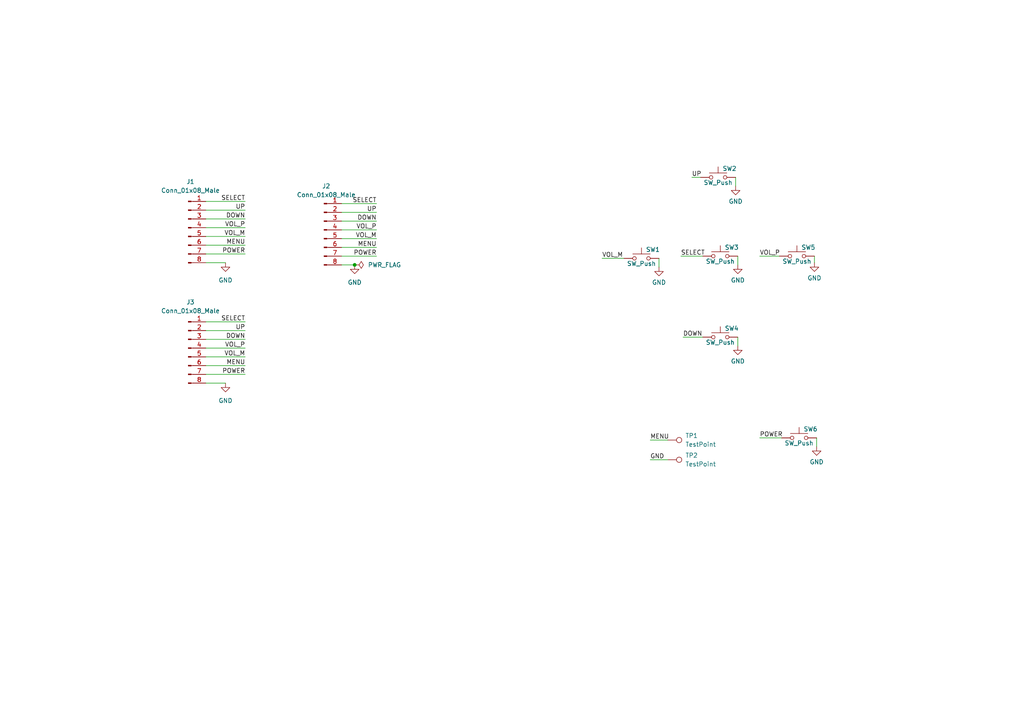
<source format=kicad_sch>
(kicad_sch (version 20211123) (generator eeschema)

  (uuid e63e39d7-6ac0-4ffd-8aa3-1841a4541b55)

  (paper "A4")

  (lib_symbols
    (symbol "Connector:Conn_01x08_Male" (pin_names (offset 1.016) hide) (in_bom yes) (on_board yes)
      (property "Reference" "J" (id 0) (at 0 10.16 0)
        (effects (font (size 1.27 1.27)))
      )
      (property "Value" "Conn_01x08_Male" (id 1) (at 0 -12.7 0)
        (effects (font (size 1.27 1.27)))
      )
      (property "Footprint" "" (id 2) (at 0 0 0)
        (effects (font (size 1.27 1.27)) hide)
      )
      (property "Datasheet" "~" (id 3) (at 0 0 0)
        (effects (font (size 1.27 1.27)) hide)
      )
      (property "ki_keywords" "connector" (id 4) (at 0 0 0)
        (effects (font (size 1.27 1.27)) hide)
      )
      (property "ki_description" "Generic connector, single row, 01x08, script generated (kicad-library-utils/schlib/autogen/connector/)" (id 5) (at 0 0 0)
        (effects (font (size 1.27 1.27)) hide)
      )
      (property "ki_fp_filters" "Connector*:*_1x??_*" (id 6) (at 0 0 0)
        (effects (font (size 1.27 1.27)) hide)
      )
      (symbol "Conn_01x08_Male_1_1"
        (polyline
          (pts
            (xy 1.27 -10.16)
            (xy 0.8636 -10.16)
          )
          (stroke (width 0.1524) (type default) (color 0 0 0 0))
          (fill (type none))
        )
        (polyline
          (pts
            (xy 1.27 -7.62)
            (xy 0.8636 -7.62)
          )
          (stroke (width 0.1524) (type default) (color 0 0 0 0))
          (fill (type none))
        )
        (polyline
          (pts
            (xy 1.27 -5.08)
            (xy 0.8636 -5.08)
          )
          (stroke (width 0.1524) (type default) (color 0 0 0 0))
          (fill (type none))
        )
        (polyline
          (pts
            (xy 1.27 -2.54)
            (xy 0.8636 -2.54)
          )
          (stroke (width 0.1524) (type default) (color 0 0 0 0))
          (fill (type none))
        )
        (polyline
          (pts
            (xy 1.27 0)
            (xy 0.8636 0)
          )
          (stroke (width 0.1524) (type default) (color 0 0 0 0))
          (fill (type none))
        )
        (polyline
          (pts
            (xy 1.27 2.54)
            (xy 0.8636 2.54)
          )
          (stroke (width 0.1524) (type default) (color 0 0 0 0))
          (fill (type none))
        )
        (polyline
          (pts
            (xy 1.27 5.08)
            (xy 0.8636 5.08)
          )
          (stroke (width 0.1524) (type default) (color 0 0 0 0))
          (fill (type none))
        )
        (polyline
          (pts
            (xy 1.27 7.62)
            (xy 0.8636 7.62)
          )
          (stroke (width 0.1524) (type default) (color 0 0 0 0))
          (fill (type none))
        )
        (rectangle (start 0.8636 -10.033) (end 0 -10.287)
          (stroke (width 0.1524) (type default) (color 0 0 0 0))
          (fill (type outline))
        )
        (rectangle (start 0.8636 -7.493) (end 0 -7.747)
          (stroke (width 0.1524) (type default) (color 0 0 0 0))
          (fill (type outline))
        )
        (rectangle (start 0.8636 -4.953) (end 0 -5.207)
          (stroke (width 0.1524) (type default) (color 0 0 0 0))
          (fill (type outline))
        )
        (rectangle (start 0.8636 -2.413) (end 0 -2.667)
          (stroke (width 0.1524) (type default) (color 0 0 0 0))
          (fill (type outline))
        )
        (rectangle (start 0.8636 0.127) (end 0 -0.127)
          (stroke (width 0.1524) (type default) (color 0 0 0 0))
          (fill (type outline))
        )
        (rectangle (start 0.8636 2.667) (end 0 2.413)
          (stroke (width 0.1524) (type default) (color 0 0 0 0))
          (fill (type outline))
        )
        (rectangle (start 0.8636 5.207) (end 0 4.953)
          (stroke (width 0.1524) (type default) (color 0 0 0 0))
          (fill (type outline))
        )
        (rectangle (start 0.8636 7.747) (end 0 7.493)
          (stroke (width 0.1524) (type default) (color 0 0 0 0))
          (fill (type outline))
        )
        (pin passive line (at 5.08 7.62 180) (length 3.81)
          (name "Pin_1" (effects (font (size 1.27 1.27))))
          (number "1" (effects (font (size 1.27 1.27))))
        )
        (pin passive line (at 5.08 5.08 180) (length 3.81)
          (name "Pin_2" (effects (font (size 1.27 1.27))))
          (number "2" (effects (font (size 1.27 1.27))))
        )
        (pin passive line (at 5.08 2.54 180) (length 3.81)
          (name "Pin_3" (effects (font (size 1.27 1.27))))
          (number "3" (effects (font (size 1.27 1.27))))
        )
        (pin passive line (at 5.08 0 180) (length 3.81)
          (name "Pin_4" (effects (font (size 1.27 1.27))))
          (number "4" (effects (font (size 1.27 1.27))))
        )
        (pin passive line (at 5.08 -2.54 180) (length 3.81)
          (name "Pin_5" (effects (font (size 1.27 1.27))))
          (number "5" (effects (font (size 1.27 1.27))))
        )
        (pin passive line (at 5.08 -5.08 180) (length 3.81)
          (name "Pin_6" (effects (font (size 1.27 1.27))))
          (number "6" (effects (font (size 1.27 1.27))))
        )
        (pin passive line (at 5.08 -7.62 180) (length 3.81)
          (name "Pin_7" (effects (font (size 1.27 1.27))))
          (number "7" (effects (font (size 1.27 1.27))))
        )
        (pin passive line (at 5.08 -10.16 180) (length 3.81)
          (name "Pin_8" (effects (font (size 1.27 1.27))))
          (number "8" (effects (font (size 1.27 1.27))))
        )
      )
    )
    (symbol "Connector:TestPoint" (pin_numbers hide) (pin_names (offset 0.762) hide) (in_bom yes) (on_board yes)
      (property "Reference" "TP" (id 0) (at 0 6.858 0)
        (effects (font (size 1.27 1.27)))
      )
      (property "Value" "TestPoint" (id 1) (at 0 5.08 0)
        (effects (font (size 1.27 1.27)))
      )
      (property "Footprint" "" (id 2) (at 5.08 0 0)
        (effects (font (size 1.27 1.27)) hide)
      )
      (property "Datasheet" "~" (id 3) (at 5.08 0 0)
        (effects (font (size 1.27 1.27)) hide)
      )
      (property "ki_keywords" "test point tp" (id 4) (at 0 0 0)
        (effects (font (size 1.27 1.27)) hide)
      )
      (property "ki_description" "test point" (id 5) (at 0 0 0)
        (effects (font (size 1.27 1.27)) hide)
      )
      (property "ki_fp_filters" "Pin* Test*" (id 6) (at 0 0 0)
        (effects (font (size 1.27 1.27)) hide)
      )
      (symbol "TestPoint_0_1"
        (circle (center 0 3.302) (radius 0.762)
          (stroke (width 0) (type default) (color 0 0 0 0))
          (fill (type none))
        )
      )
      (symbol "TestPoint_1_1"
        (pin passive line (at 0 0 90) (length 2.54)
          (name "1" (effects (font (size 1.27 1.27))))
          (number "1" (effects (font (size 1.27 1.27))))
        )
      )
    )
    (symbol "Switch:SW_Push" (pin_numbers hide) (pin_names (offset 1.016) hide) (in_bom yes) (on_board yes)
      (property "Reference" "SW" (id 0) (at 1.27 2.54 0)
        (effects (font (size 1.27 1.27)) (justify left))
      )
      (property "Value" "SW_Push" (id 1) (at 0 -1.524 0)
        (effects (font (size 1.27 1.27)))
      )
      (property "Footprint" "" (id 2) (at 0 5.08 0)
        (effects (font (size 1.27 1.27)) hide)
      )
      (property "Datasheet" "~" (id 3) (at 0 5.08 0)
        (effects (font (size 1.27 1.27)) hide)
      )
      (property "ki_keywords" "switch normally-open pushbutton push-button" (id 4) (at 0 0 0)
        (effects (font (size 1.27 1.27)) hide)
      )
      (property "ki_description" "Push button switch, generic, two pins" (id 5) (at 0 0 0)
        (effects (font (size 1.27 1.27)) hide)
      )
      (symbol "SW_Push_0_1"
        (circle (center -2.032 0) (radius 0.508)
          (stroke (width 0) (type default) (color 0 0 0 0))
          (fill (type none))
        )
        (polyline
          (pts
            (xy 0 1.27)
            (xy 0 3.048)
          )
          (stroke (width 0) (type default) (color 0 0 0 0))
          (fill (type none))
        )
        (polyline
          (pts
            (xy 2.54 1.27)
            (xy -2.54 1.27)
          )
          (stroke (width 0) (type default) (color 0 0 0 0))
          (fill (type none))
        )
        (circle (center 2.032 0) (radius 0.508)
          (stroke (width 0) (type default) (color 0 0 0 0))
          (fill (type none))
        )
        (pin passive line (at -5.08 0 0) (length 2.54)
          (name "1" (effects (font (size 1.27 1.27))))
          (number "1" (effects (font (size 1.27 1.27))))
        )
        (pin passive line (at 5.08 0 180) (length 2.54)
          (name "2" (effects (font (size 1.27 1.27))))
          (number "2" (effects (font (size 1.27 1.27))))
        )
      )
    )
    (symbol "power:GND" (power) (pin_names (offset 0)) (in_bom yes) (on_board yes)
      (property "Reference" "#PWR" (id 0) (at 0 -6.35 0)
        (effects (font (size 1.27 1.27)) hide)
      )
      (property "Value" "GND" (id 1) (at 0 -3.81 0)
        (effects (font (size 1.27 1.27)))
      )
      (property "Footprint" "" (id 2) (at 0 0 0)
        (effects (font (size 1.27 1.27)) hide)
      )
      (property "Datasheet" "" (id 3) (at 0 0 0)
        (effects (font (size 1.27 1.27)) hide)
      )
      (property "ki_keywords" "power-flag" (id 4) (at 0 0 0)
        (effects (font (size 1.27 1.27)) hide)
      )
      (property "ki_description" "Power symbol creates a global label with name \"GND\" , ground" (id 5) (at 0 0 0)
        (effects (font (size 1.27 1.27)) hide)
      )
      (symbol "GND_0_1"
        (polyline
          (pts
            (xy 0 0)
            (xy 0 -1.27)
            (xy 1.27 -1.27)
            (xy 0 -2.54)
            (xy -1.27 -1.27)
            (xy 0 -1.27)
          )
          (stroke (width 0) (type default) (color 0 0 0 0))
          (fill (type none))
        )
      )
      (symbol "GND_1_1"
        (pin power_in line (at 0 0 270) (length 0) hide
          (name "GND" (effects (font (size 1.27 1.27))))
          (number "1" (effects (font (size 1.27 1.27))))
        )
      )
    )
    (symbol "power:PWR_FLAG" (power) (pin_numbers hide) (pin_names (offset 0) hide) (in_bom yes) (on_board yes)
      (property "Reference" "#FLG" (id 0) (at 0 1.905 0)
        (effects (font (size 1.27 1.27)) hide)
      )
      (property "Value" "PWR_FLAG" (id 1) (at 0 3.81 0)
        (effects (font (size 1.27 1.27)))
      )
      (property "Footprint" "" (id 2) (at 0 0 0)
        (effects (font (size 1.27 1.27)) hide)
      )
      (property "Datasheet" "~" (id 3) (at 0 0 0)
        (effects (font (size 1.27 1.27)) hide)
      )
      (property "ki_keywords" "power-flag" (id 4) (at 0 0 0)
        (effects (font (size 1.27 1.27)) hide)
      )
      (property "ki_description" "Special symbol for telling ERC where power comes from" (id 5) (at 0 0 0)
        (effects (font (size 1.27 1.27)) hide)
      )
      (symbol "PWR_FLAG_0_0"
        (pin power_out line (at 0 0 90) (length 0)
          (name "pwr" (effects (font (size 1.27 1.27))))
          (number "1" (effects (font (size 1.27 1.27))))
        )
      )
      (symbol "PWR_FLAG_0_1"
        (polyline
          (pts
            (xy 0 0)
            (xy 0 1.27)
            (xy -1.016 1.905)
            (xy 0 2.54)
            (xy 1.016 1.905)
            (xy 0 1.27)
          )
          (stroke (width 0) (type default) (color 0 0 0 0))
          (fill (type none))
        )
      )
    )
  )

  (junction (at 102.87 76.835) (diameter 0) (color 0 0 0 0)
    (uuid 3be3a74c-eb4c-4dcc-9a5d-311e0ebf7231)
  )

  (wire (pts (xy 59.69 95.885) (xy 71.12 95.885))
    (stroke (width 0) (type default) (color 0 0 0 0))
    (uuid 070d45b9-fa1b-4715-89a2-2bcba5a114a1)
  )
  (wire (pts (xy 213.995 100.33) (xy 213.995 97.79))
    (stroke (width 0) (type default) (color 0 0 0 0))
    (uuid 0dcce0c4-9b87-47cf-9662-fda9a9a5dadc)
  )
  (wire (pts (xy 59.69 111.125) (xy 65.405 111.125))
    (stroke (width 0) (type default) (color 0 0 0 0))
    (uuid 1b2b6e39-9a1d-4e56-848b-cd9e473a0ea4)
  )
  (wire (pts (xy 59.69 93.345) (xy 71.12 93.345))
    (stroke (width 0) (type default) (color 0 0 0 0))
    (uuid 22b3835f-ab88-42ee-ad6a-8641acfeec70)
  )
  (wire (pts (xy 59.69 71.12) (xy 71.12 71.12))
    (stroke (width 0) (type default) (color 0 0 0 0))
    (uuid 299b64c5-e024-4304-b0fb-def9d3b0484d)
  )
  (wire (pts (xy 203.835 97.79) (xy 198.12 97.79))
    (stroke (width 0) (type default) (color 0 0 0 0))
    (uuid 3a900b04-4d2c-4633-8bd1-a742225b658c)
  )
  (wire (pts (xy 59.69 68.58) (xy 71.12 68.58))
    (stroke (width 0) (type default) (color 0 0 0 0))
    (uuid 42a03f06-c463-4200-9791-395db93bf45f)
  )
  (wire (pts (xy 59.69 76.2) (xy 65.405 76.2))
    (stroke (width 0) (type default) (color 0 0 0 0))
    (uuid 5085a13d-66d9-4dad-aede-922ecc5d9638)
  )
  (wire (pts (xy 59.69 66.04) (xy 71.12 66.04))
    (stroke (width 0) (type default) (color 0 0 0 0))
    (uuid 582b2779-261f-4a15-a835-bd5347029f1b)
  )
  (wire (pts (xy 226.695 127) (xy 220.345 127))
    (stroke (width 0) (type default) (color 0 0 0 0))
    (uuid 585a1225-b1fb-44e7-bfb6-41256b14959e)
  )
  (wire (pts (xy 188.595 127.635) (xy 193.675 127.635))
    (stroke (width 0) (type default) (color 0 0 0 0))
    (uuid 76109d5a-3a11-4210-b1c0-51d083b4f6dc)
  )
  (wire (pts (xy 109.22 59.055) (xy 99.06 59.055))
    (stroke (width 0) (type default) (color 0 0 0 0))
    (uuid 7aec47a3-dc06-4eaa-92fb-a43586c32086)
  )
  (wire (pts (xy 109.22 64.135) (xy 99.06 64.135))
    (stroke (width 0) (type default) (color 0 0 0 0))
    (uuid 7b549bef-078e-444a-8bf0-e1fd2b085fbe)
  )
  (wire (pts (xy 226.06 74.295) (xy 220.345 74.295))
    (stroke (width 0) (type default) (color 0 0 0 0))
    (uuid 7f97c5e3-29c7-40a0-9075-ac1e2919bc7a)
  )
  (wire (pts (xy 59.69 108.585) (xy 71.12 108.585))
    (stroke (width 0) (type default) (color 0 0 0 0))
    (uuid 80d9c08a-5ead-4c25-9726-ae4e621580f7)
  )
  (wire (pts (xy 236.855 129.54) (xy 236.855 127))
    (stroke (width 0) (type default) (color 0 0 0 0))
    (uuid 81b94d15-f36f-4951-bf9d-cf228f3876f6)
  )
  (wire (pts (xy 203.2 51.435) (xy 200.66 51.435))
    (stroke (width 0) (type default) (color 0 0 0 0))
    (uuid 93cc150e-f7d4-4066-bf0f-837a45e4a702)
  )
  (wire (pts (xy 59.69 58.42) (xy 71.12 58.42))
    (stroke (width 0) (type default) (color 0 0 0 0))
    (uuid 9608972b-af04-4b84-be02-922610698467)
  )
  (wire (pts (xy 59.69 60.96) (xy 71.12 60.96))
    (stroke (width 0) (type default) (color 0 0 0 0))
    (uuid 9dae5e9e-9abf-4bb6-a437-2abf155362df)
  )
  (wire (pts (xy 213.36 53.975) (xy 213.36 51.435))
    (stroke (width 0) (type default) (color 0 0 0 0))
    (uuid a4617abc-05ad-43ba-9eec-708bcd562d3c)
  )
  (wire (pts (xy 59.69 73.66) (xy 71.12 73.66))
    (stroke (width 0) (type default) (color 0 0 0 0))
    (uuid abccf669-483d-45eb-b9d7-6dddd34a0962)
  )
  (wire (pts (xy 102.87 76.835) (xy 99.06 76.835))
    (stroke (width 0) (type default) (color 0 0 0 0))
    (uuid ac96c702-2d70-46db-bcb0-9652af1267c5)
  )
  (wire (pts (xy 203.835 74.295) (xy 197.485 74.295))
    (stroke (width 0) (type default) (color 0 0 0 0))
    (uuid adc9fd50-452d-4e26-9a72-8475cc79f810)
  )
  (wire (pts (xy 180.975 74.93) (xy 174.625 74.93))
    (stroke (width 0) (type default) (color 0 0 0 0))
    (uuid afb31778-fda2-4b21-b377-44f23448746e)
  )
  (wire (pts (xy 191.135 77.47) (xy 191.135 74.93))
    (stroke (width 0) (type default) (color 0 0 0 0))
    (uuid b067d913-8298-4d61-883a-a67850d9cb71)
  )
  (wire (pts (xy 109.22 69.215) (xy 99.06 69.215))
    (stroke (width 0) (type default) (color 0 0 0 0))
    (uuid c2461674-6b11-4f71-927c-84aa3823e84a)
  )
  (wire (pts (xy 109.22 61.595) (xy 99.06 61.595))
    (stroke (width 0) (type default) (color 0 0 0 0))
    (uuid c737afe8-b9b6-4ed5-bcff-f1c7901517a8)
  )
  (wire (pts (xy 109.22 66.675) (xy 99.06 66.675))
    (stroke (width 0) (type default) (color 0 0 0 0))
    (uuid c92728df-073d-4f4f-8e82-39caaa1239e4)
  )
  (wire (pts (xy 109.22 71.755) (xy 99.06 71.755))
    (stroke (width 0) (type default) (color 0 0 0 0))
    (uuid d68a363a-a72f-417e-bf1c-5ed2ed56ee37)
  )
  (wire (pts (xy 59.69 106.045) (xy 71.12 106.045))
    (stroke (width 0) (type default) (color 0 0 0 0))
    (uuid dba8892f-0512-45d7-bc57-92f1aeefd776)
  )
  (wire (pts (xy 213.995 76.835) (xy 213.995 74.295))
    (stroke (width 0) (type default) (color 0 0 0 0))
    (uuid dcb6d534-afca-40c0-b5c7-50f4daf14741)
  )
  (wire (pts (xy 188.595 133.35) (xy 193.675 133.35))
    (stroke (width 0) (type default) (color 0 0 0 0))
    (uuid e646d2c7-5c73-4af9-b65a-8e2353af6bbd)
  )
  (wire (pts (xy 59.69 100.965) (xy 71.12 100.965))
    (stroke (width 0) (type default) (color 0 0 0 0))
    (uuid e6833dc4-1170-4383-984f-389f83e2350c)
  )
  (wire (pts (xy 59.69 103.505) (xy 71.12 103.505))
    (stroke (width 0) (type default) (color 0 0 0 0))
    (uuid efd0ea50-d261-4b2e-b3af-c927ecd496c1)
  )
  (wire (pts (xy 59.69 63.5) (xy 71.12 63.5))
    (stroke (width 0) (type default) (color 0 0 0 0))
    (uuid f13c4ecf-b313-438f-9249-9111db9554cd)
  )
  (wire (pts (xy 109.22 74.295) (xy 99.06 74.295))
    (stroke (width 0) (type default) (color 0 0 0 0))
    (uuid f4ffe03b-dd1d-4a35-ac94-7e2431515457)
  )
  (wire (pts (xy 59.69 98.425) (xy 71.12 98.425))
    (stroke (width 0) (type default) (color 0 0 0 0))
    (uuid fb9913a8-22d4-4753-9e7f-865fc18b9b2b)
  )
  (wire (pts (xy 236.22 76.2) (xy 236.22 74.295))
    (stroke (width 0) (type default) (color 0 0 0 0))
    (uuid ff093194-9b72-4851-bf32-9cb1bae64b58)
  )

  (label "SELECT" (at 197.485 74.295 0)
    (effects (font (size 1.27 1.27)) (justify left bottom))
    (uuid 04f21328-7e16-4785-abf4-125d3430c53d)
  )
  (label "POWER" (at 71.12 108.585 180)
    (effects (font (size 1.27 1.27)) (justify right bottom))
    (uuid 1240f3d9-dc6b-4136-95fc-4e3efbaa9157)
  )
  (label "UP" (at 200.66 51.435 0)
    (effects (font (size 1.27 1.27)) (justify left bottom))
    (uuid 1f390ec6-3c1c-4a68-8477-8698eba62637)
  )
  (label "UP" (at 71.12 95.885 180)
    (effects (font (size 1.27 1.27)) (justify right bottom))
    (uuid 28e221a6-8f66-4f18-9994-97b550b1f6c2)
  )
  (label "VOL_M" (at 109.22 69.215 180)
    (effects (font (size 1.27 1.27)) (justify right bottom))
    (uuid 2f63f3aa-54c0-44a9-9c2d-bf70d14ef42a)
  )
  (label "VOL_M" (at 71.12 68.58 180)
    (effects (font (size 1.27 1.27)) (justify right bottom))
    (uuid 3392f979-cc86-411d-ae2e-04e7c8708c0e)
  )
  (label "VOL_P" (at 220.345 74.295 0)
    (effects (font (size 1.27 1.27)) (justify left bottom))
    (uuid 465dc9b6-3960-46bf-a9ad-564c2a31c630)
  )
  (label "MENU" (at 71.12 71.12 180)
    (effects (font (size 1.27 1.27)) (justify right bottom))
    (uuid 56dd409e-26c5-42e6-bc3f-aa0da2782619)
  )
  (label "POWER" (at 71.12 73.66 180)
    (effects (font (size 1.27 1.27)) (justify right bottom))
    (uuid 57ecf3eb-fa8a-4c39-94af-828aed0d6e7d)
  )
  (label "VOL_M" (at 71.12 103.505 180)
    (effects (font (size 1.27 1.27)) (justify right bottom))
    (uuid 584e6412-a445-42eb-affc-0c678cc83c3a)
  )
  (label "DOWN" (at 198.12 97.79 0)
    (effects (font (size 1.27 1.27)) (justify left bottom))
    (uuid 5a40d705-86c5-4631-aba8-f31ff63e81b2)
  )
  (label "DOWN" (at 71.12 63.5 180)
    (effects (font (size 1.27 1.27)) (justify right bottom))
    (uuid 5bbd3da6-d9b6-4fbb-9f3a-d12ff727aac3)
  )
  (label "VOL_P" (at 71.12 100.965 180)
    (effects (font (size 1.27 1.27)) (justify right bottom))
    (uuid 668596ba-a32c-40bd-a1c5-5b38fd547deb)
  )
  (label "VOL_P" (at 71.12 66.04 180)
    (effects (font (size 1.27 1.27)) (justify right bottom))
    (uuid 6b1478ea-a598-420e-a9c3-6a7adaf654ca)
  )
  (label "POWER" (at 109.22 74.295 180)
    (effects (font (size 1.27 1.27)) (justify right bottom))
    (uuid 6fd61838-6ca1-4474-b2c8-eafaf5bd4b1d)
  )
  (label "SELECT" (at 71.12 93.345 180)
    (effects (font (size 1.27 1.27)) (justify right bottom))
    (uuid 7249deba-4cf3-4d6c-90dc-0c563985bb01)
  )
  (label "DOWN" (at 71.12 98.425 180)
    (effects (font (size 1.27 1.27)) (justify right bottom))
    (uuid 7d9c08f5-8675-4a4a-b87b-66e1df3033a8)
  )
  (label "GND" (at 188.595 133.35 0)
    (effects (font (size 1.27 1.27)) (justify left bottom))
    (uuid 8006f642-1dd7-46b0-a096-3a80d1bd6aea)
  )
  (label "MENU" (at 71.12 106.045 180)
    (effects (font (size 1.27 1.27)) (justify right bottom))
    (uuid 8594f928-01ae-45ae-8326-f75112af62d8)
  )
  (label "DOWN" (at 109.22 64.135 180)
    (effects (font (size 1.27 1.27)) (justify right bottom))
    (uuid 8631006d-463b-425e-8454-50a2625a42f9)
  )
  (label "MENU" (at 109.22 71.755 180)
    (effects (font (size 1.27 1.27)) (justify right bottom))
    (uuid bf94bb35-22d2-403d-9c8e-3a84fcad9b54)
  )
  (label "MENU" (at 188.595 127.635 0)
    (effects (font (size 1.27 1.27)) (justify left bottom))
    (uuid c1c275d5-ba28-4061-bc46-4b1265f35421)
  )
  (label "POWER" (at 220.345 127 0)
    (effects (font (size 1.27 1.27)) (justify left bottom))
    (uuid cdb7972f-ae90-41b3-8fc0-eb476d30c827)
  )
  (label "VOL_P" (at 109.22 66.675 180)
    (effects (font (size 1.27 1.27)) (justify right bottom))
    (uuid ce83e021-eb1d-4496-9f8c-dacc28d7e126)
  )
  (label "VOL_M" (at 174.625 74.93 0)
    (effects (font (size 1.27 1.27)) (justify left bottom))
    (uuid d332c5d1-9f62-4c3e-b939-cd017d1f800c)
  )
  (label "UP" (at 109.22 61.595 180)
    (effects (font (size 1.27 1.27)) (justify right bottom))
    (uuid dc7589e0-ad00-4516-b78d-a91f93ae88c9)
  )
  (label "SELECT" (at 71.12 58.42 180)
    (effects (font (size 1.27 1.27)) (justify right bottom))
    (uuid dd374dbe-87a8-487e-8a1f-4969915003d0)
  )
  (label "UP" (at 71.12 60.96 180)
    (effects (font (size 1.27 1.27)) (justify right bottom))
    (uuid e8818571-ded3-4ff4-ad6d-37b7bd79c715)
  )
  (label "SELECT" (at 109.22 59.055 180)
    (effects (font (size 1.27 1.27)) (justify right bottom))
    (uuid fa70b67c-e978-4e5b-a5b1-b42bfc051467)
  )

  (symbol (lib_id "Switch:SW_Push") (at 231.775 127 0) (unit 1)
    (in_bom yes) (on_board yes) (fields_autoplaced)
    (uuid 06fc7b9c-8a77-4564-ae4b-423182fb3d64)
    (property "Reference" "SW6" (id 0) (at 233.045 124.46 0)
      (effects (font (size 1.27 1.27)) (justify left))
    )
    (property "Value" "SW_Push" (id 1) (at 231.775 128.524 0))
    (property "Footprint" "Button_Switch_THT:SW_PUSH_6mm" (id 2) (at 231.775 121.92 0)
      (effects (font (size 1.27 1.27)) hide)
    )
    (property "Datasheet" "~" (id 3) (at 231.775 121.92 0)
      (effects (font (size 1.27 1.27)) hide)
    )
    (pin "1" (uuid 5d2995d2-3650-4a84-82e2-09dbbfbbebd9))
    (pin "2" (uuid 62a0cf58-0553-4174-97e0-858d41866d4c))
  )

  (symbol (lib_id "power:PWR_FLAG") (at 102.87 76.835 270) (unit 1)
    (in_bom yes) (on_board yes) (fields_autoplaced)
    (uuid 10f315f1-b69d-4ad1-b342-49678f99d94d)
    (property "Reference" "#FLG0101" (id 0) (at 104.775 76.835 0)
      (effects (font (size 1.27 1.27)) hide)
    )
    (property "Value" "PWR_FLAG" (id 1) (at 106.68 76.8349 90)
      (effects (font (size 1.27 1.27)) (justify left))
    )
    (property "Footprint" "" (id 2) (at 102.87 76.835 0)
      (effects (font (size 1.27 1.27)) hide)
    )
    (property "Datasheet" "~" (id 3) (at 102.87 76.835 0)
      (effects (font (size 1.27 1.27)) hide)
    )
    (pin "1" (uuid d15ba86a-f452-4ea4-9a6e-5c8377a1bbaa))
  )

  (symbol (lib_id "Switch:SW_Push") (at 231.14 74.295 0) (unit 1)
    (in_bom yes) (on_board yes)
    (uuid 1436a783-6564-4cf1-b04a-2e5a11e5eb64)
    (property "Reference" "SW5" (id 0) (at 232.41 71.755 0)
      (effects (font (size 1.27 1.27)) (justify left))
    )
    (property "Value" "SW_Push" (id 1) (at 231.14 75.819 0))
    (property "Footprint" "Button_Switch_THT:SW_PUSH-12mm" (id 2) (at 231.14 69.215 0)
      (effects (font (size 1.27 1.27)) hide)
    )
    (property "Datasheet" "~" (id 3) (at 231.14 69.215 0)
      (effects (font (size 1.27 1.27)) hide)
    )
    (pin "1" (uuid 7808a6a2-6879-4bfa-8e14-54461307a776))
    (pin "2" (uuid d8a8e656-94cb-4a0a-b6af-8fccae1d35bd))
  )

  (symbol (lib_id "Switch:SW_Push") (at 208.915 74.295 0) (unit 1)
    (in_bom yes) (on_board yes) (fields_autoplaced)
    (uuid 19cf3f75-846d-40c4-99e9-986cfa896c10)
    (property "Reference" "SW3" (id 0) (at 210.185 71.755 0)
      (effects (font (size 1.27 1.27)) (justify left))
    )
    (property "Value" "SW_Push" (id 1) (at 208.915 75.819 0))
    (property "Footprint" "Button_Switch_THT:SW_PUSH-12mm" (id 2) (at 208.915 69.215 0)
      (effects (font (size 1.27 1.27)) hide)
    )
    (property "Datasheet" "~" (id 3) (at 208.915 69.215 0)
      (effects (font (size 1.27 1.27)) hide)
    )
    (pin "1" (uuid 7290aba7-9701-4a7f-9efd-a4c38f1a6ef8))
    (pin "2" (uuid 0a523061-715f-43ef-b1dd-3d745a3e7e1d))
  )

  (symbol (lib_id "power:GND") (at 213.995 76.835 0) (unit 1)
    (in_bom yes) (on_board yes)
    (uuid 351b09f4-757a-45ed-8f79-a890f5a289e8)
    (property "Reference" "#PWR0102" (id 0) (at 213.995 83.185 0)
      (effects (font (size 1.27 1.27)) hide)
    )
    (property "Value" "GND" (id 1) (at 213.995 81.28 0))
    (property "Footprint" "" (id 2) (at 213.995 76.835 0)
      (effects (font (size 1.27 1.27)) hide)
    )
    (property "Datasheet" "" (id 3) (at 213.995 76.835 0)
      (effects (font (size 1.27 1.27)) hide)
    )
    (pin "1" (uuid 24887bdd-fa16-4597-9b9f-25db1fdbc6cc))
  )

  (symbol (lib_id "power:GND") (at 213.995 100.33 0) (unit 1)
    (in_bom yes) (on_board yes)
    (uuid 38d44e38-fbb0-4f3a-9004-b3e4dd9f613d)
    (property "Reference" "#PWR0106" (id 0) (at 213.995 106.68 0)
      (effects (font (size 1.27 1.27)) hide)
    )
    (property "Value" "GND" (id 1) (at 213.995 104.775 0))
    (property "Footprint" "" (id 2) (at 213.995 100.33 0)
      (effects (font (size 1.27 1.27)) hide)
    )
    (property "Datasheet" "" (id 3) (at 213.995 100.33 0)
      (effects (font (size 1.27 1.27)) hide)
    )
    (pin "1" (uuid 9af6a3d1-940c-4ac6-8589-37ba500431a5))
  )

  (symbol (lib_id "Connector:TestPoint") (at 193.675 127.635 270) (unit 1)
    (in_bom yes) (on_board yes) (fields_autoplaced)
    (uuid 3b934f31-2bae-48a3-8048-7da2c4d085a5)
    (property "Reference" "TP1" (id 0) (at 198.755 126.3649 90)
      (effects (font (size 1.27 1.27)) (justify left))
    )
    (property "Value" "TestPoint" (id 1) (at 198.755 128.9049 90)
      (effects (font (size 1.27 1.27)) (justify left))
    )
    (property "Footprint" "TestPoint:TestPoint_Pad_D2.0mm" (id 2) (at 193.675 132.715 0)
      (effects (font (size 1.27 1.27)) hide)
    )
    (property "Datasheet" "~" (id 3) (at 193.675 132.715 0)
      (effects (font (size 1.27 1.27)) hide)
    )
    (pin "1" (uuid a377cbb9-7311-4c32-b578-3bb5667dc9e7))
  )

  (symbol (lib_id "power:GND") (at 213.36 53.975 0) (unit 1)
    (in_bom yes) (on_board yes)
    (uuid 4499ed79-3275-48b5-a4a0-5fec40e034a3)
    (property "Reference" "#PWR0107" (id 0) (at 213.36 60.325 0)
      (effects (font (size 1.27 1.27)) hide)
    )
    (property "Value" "GND" (id 1) (at 213.36 58.42 0))
    (property "Footprint" "" (id 2) (at 213.36 53.975 0)
      (effects (font (size 1.27 1.27)) hide)
    )
    (property "Datasheet" "" (id 3) (at 213.36 53.975 0)
      (effects (font (size 1.27 1.27)) hide)
    )
    (pin "1" (uuid 5b148534-1e1c-4417-ad01-3a31be391f14))
  )

  (symbol (lib_id "Connector:Conn_01x08_Male") (at 54.61 66.04 0) (unit 1)
    (in_bom yes) (on_board yes)
    (uuid 4aacb313-1758-495f-8f09-171284d6f2df)
    (property "Reference" "J1" (id 0) (at 55.245 52.705 0))
    (property "Value" "Conn_01x08_Male" (id 1) (at 55.245 55.245 0))
    (property "Footprint" "Connector_JST:JST_GH_SM08B-GHS-TB_1x08-1MP_P1.25mm_Horizontal" (id 2) (at 54.61 66.04 0)
      (effects (font (size 1.27 1.27)) hide)
    )
    (property "Datasheet" "~" (id 3) (at 54.61 66.04 0)
      (effects (font (size 1.27 1.27)) hide)
    )
    (pin "1" (uuid 96f06613-b03f-4903-b828-bc4d49b59844))
    (pin "2" (uuid c8f24a27-6755-45a4-9a0a-c50128853878))
    (pin "3" (uuid 91fa64a6-c5bf-4ba5-8f36-b84309cb91af))
    (pin "4" (uuid 7f8134d6-8a85-44f6-96fc-bbbaf3464125))
    (pin "5" (uuid 0e31442e-6006-4923-9f1b-77a0de691588))
    (pin "6" (uuid 6c9e95b5-334c-4b39-b30c-e67163fa1adb))
    (pin "7" (uuid 5c041ba5-08c4-43cd-8819-bd5500fe8750))
    (pin "8" (uuid 775239c5-41d2-40e4-bfe7-551d7ccf0e7f))
  )

  (symbol (lib_id "Switch:SW_Push") (at 208.28 51.435 0) (unit 1)
    (in_bom yes) (on_board yes) (fields_autoplaced)
    (uuid 4d2bcc63-a2dd-418c-bd5f-ddaef4fca43f)
    (property "Reference" "SW2" (id 0) (at 209.55 48.895 0)
      (effects (font (size 1.27 1.27)) (justify left))
    )
    (property "Value" "SW_Push" (id 1) (at 208.28 52.959 0))
    (property "Footprint" "Button_Switch_THT:SW_PUSH-12mm" (id 2) (at 208.28 46.355 0)
      (effects (font (size 1.27 1.27)) hide)
    )
    (property "Datasheet" "~" (id 3) (at 208.28 46.355 0)
      (effects (font (size 1.27 1.27)) hide)
    )
    (pin "1" (uuid fe1771f5-b72c-4bc4-add4-a2ba0d9e31fd))
    (pin "2" (uuid 73ec9bbc-dc9a-43b6-8948-b32c01d65371))
  )

  (symbol (lib_id "power:GND") (at 65.405 111.125 0) (unit 1)
    (in_bom yes) (on_board yes) (fields_autoplaced)
    (uuid 56bf331d-1b53-4eae-b22c-e9c686932a9b)
    (property "Reference" "#PWR0108" (id 0) (at 65.405 117.475 0)
      (effects (font (size 1.27 1.27)) hide)
    )
    (property "Value" "GND" (id 1) (at 65.405 116.205 0))
    (property "Footprint" "" (id 2) (at 65.405 111.125 0)
      (effects (font (size 1.27 1.27)) hide)
    )
    (property "Datasheet" "" (id 3) (at 65.405 111.125 0)
      (effects (font (size 1.27 1.27)) hide)
    )
    (pin "1" (uuid daafddf6-063b-4658-a990-884937ed5751))
  )

  (symbol (lib_id "power:GND") (at 236.855 129.54 0) (unit 1)
    (in_bom yes) (on_board yes)
    (uuid 6a535625-5a10-432d-b4bd-00abaeff4655)
    (property "Reference" "#PWR0103" (id 0) (at 236.855 135.89 0)
      (effects (font (size 1.27 1.27)) hide)
    )
    (property "Value" "GND" (id 1) (at 236.855 133.985 0))
    (property "Footprint" "" (id 2) (at 236.855 129.54 0)
      (effects (font (size 1.27 1.27)) hide)
    )
    (property "Datasheet" "" (id 3) (at 236.855 129.54 0)
      (effects (font (size 1.27 1.27)) hide)
    )
    (pin "1" (uuid bfc0ca45-85e4-484e-a8e4-36fa44bfe704))
  )

  (symbol (lib_id "power:GND") (at 191.135 77.47 0) (unit 1)
    (in_bom yes) (on_board yes)
    (uuid 7b52c2d0-277f-4adf-8692-778b81a623f7)
    (property "Reference" "#PWR0104" (id 0) (at 191.135 83.82 0)
      (effects (font (size 1.27 1.27)) hide)
    )
    (property "Value" "GND" (id 1) (at 191.135 81.915 0))
    (property "Footprint" "" (id 2) (at 191.135 77.47 0)
      (effects (font (size 1.27 1.27)) hide)
    )
    (property "Datasheet" "" (id 3) (at 191.135 77.47 0)
      (effects (font (size 1.27 1.27)) hide)
    )
    (pin "1" (uuid f1e321d6-908d-4d97-9485-feac7768fd79))
  )

  (symbol (lib_id "Switch:SW_Push") (at 208.915 97.79 0) (unit 1)
    (in_bom yes) (on_board yes) (fields_autoplaced)
    (uuid 98e08b96-ee1b-4bfe-acf7-0dc72d6a3691)
    (property "Reference" "SW4" (id 0) (at 210.185 95.25 0)
      (effects (font (size 1.27 1.27)) (justify left))
    )
    (property "Value" "SW_Push" (id 1) (at 208.915 99.314 0))
    (property "Footprint" "Button_Switch_THT:SW_PUSH-12mm" (id 2) (at 208.915 92.71 0)
      (effects (font (size 1.27 1.27)) hide)
    )
    (property "Datasheet" "~" (id 3) (at 208.915 92.71 0)
      (effects (font (size 1.27 1.27)) hide)
    )
    (pin "1" (uuid 659b1bb6-e324-4cb4-b887-74f20393b58b))
    (pin "2" (uuid cae392c2-2d07-4fc1-8f85-b82c4fe627c7))
  )

  (symbol (lib_id "power:GND") (at 65.405 76.2 0) (unit 1)
    (in_bom yes) (on_board yes) (fields_autoplaced)
    (uuid ad3f74d3-9454-4919-ab83-c96277135b31)
    (property "Reference" "#PWR0101" (id 0) (at 65.405 82.55 0)
      (effects (font (size 1.27 1.27)) hide)
    )
    (property "Value" "GND" (id 1) (at 65.405 81.28 0))
    (property "Footprint" "" (id 2) (at 65.405 76.2 0)
      (effects (font (size 1.27 1.27)) hide)
    )
    (property "Datasheet" "" (id 3) (at 65.405 76.2 0)
      (effects (font (size 1.27 1.27)) hide)
    )
    (pin "1" (uuid 4b96745f-99e6-44b3-b244-491039f1f792))
  )

  (symbol (lib_id "power:GND") (at 102.87 76.835 0) (unit 1)
    (in_bom yes) (on_board yes) (fields_autoplaced)
    (uuid bc319651-4db4-432c-99a9-47f722955312)
    (property "Reference" "#PWR01" (id 0) (at 102.87 83.185 0)
      (effects (font (size 1.27 1.27)) hide)
    )
    (property "Value" "GND" (id 1) (at 102.87 81.915 0))
    (property "Footprint" "" (id 2) (at 102.87 76.835 0)
      (effects (font (size 1.27 1.27)) hide)
    )
    (property "Datasheet" "" (id 3) (at 102.87 76.835 0)
      (effects (font (size 1.27 1.27)) hide)
    )
    (pin "1" (uuid d848208d-6aac-48a6-b79b-6097464cd6e4))
  )

  (symbol (lib_id "Connector:Conn_01x08_Male") (at 93.98 66.675 0) (unit 1)
    (in_bom yes) (on_board yes) (fields_autoplaced)
    (uuid bd6046eb-2439-4157-89c1-25727144afe1)
    (property "Reference" "J2" (id 0) (at 94.615 53.975 0))
    (property "Value" "Conn_01x08_Male" (id 1) (at 94.615 56.515 0))
    (property "Footprint" "Connector_PinHeader_2.54mm:PinHeader_1x08_P2.54mm_Vertical" (id 2) (at 93.98 66.675 0)
      (effects (font (size 1.27 1.27)) hide)
    )
    (property "Datasheet" "~" (id 3) (at 93.98 66.675 0)
      (effects (font (size 1.27 1.27)) hide)
    )
    (pin "1" (uuid 0dd140ee-7719-4a1c-be59-8c8c4ae3bf46))
    (pin "2" (uuid 8d362ad5-cca2-4d7d-ae5c-a3f698534f89))
    (pin "3" (uuid 855764fd-2146-45fe-8645-a7076c121347))
    (pin "4" (uuid ceb615f5-01b4-4297-a9d7-07251972cca7))
    (pin "5" (uuid 2a6a9648-6190-4590-ac88-4801f207b0cc))
    (pin "6" (uuid a4ce0db4-4af7-406c-9567-921f05ceaab9))
    (pin "7" (uuid 77598538-b9b9-475f-9bfa-c9a3f8ba8452))
    (pin "8" (uuid 3278454d-2012-408f-ab59-7af863a9f926))
  )

  (symbol (lib_id "Connector:TestPoint") (at 193.675 133.35 270) (unit 1)
    (in_bom yes) (on_board yes) (fields_autoplaced)
    (uuid c9f71dc3-2b4a-4ca2-8db0-36825f55689f)
    (property "Reference" "TP2" (id 0) (at 198.755 132.0799 90)
      (effects (font (size 1.27 1.27)) (justify left))
    )
    (property "Value" "TestPoint" (id 1) (at 198.755 134.6199 90)
      (effects (font (size 1.27 1.27)) (justify left))
    )
    (property "Footprint" "TestPoint:TestPoint_Pad_D2.0mm" (id 2) (at 193.675 138.43 0)
      (effects (font (size 1.27 1.27)) hide)
    )
    (property "Datasheet" "~" (id 3) (at 193.675 138.43 0)
      (effects (font (size 1.27 1.27)) hide)
    )
    (pin "1" (uuid e5a21502-f957-4b53-a211-d71f35a8ffae))
  )

  (symbol (lib_id "Switch:SW_Push") (at 186.055 74.93 0) (unit 1)
    (in_bom yes) (on_board yes) (fields_autoplaced)
    (uuid d0754a39-0cf1-4bbe-83a4-6155f2cbc878)
    (property "Reference" "SW1" (id 0) (at 187.325 72.39 0)
      (effects (font (size 1.27 1.27)) (justify left))
    )
    (property "Value" "SW_Push" (id 1) (at 186.055 76.454 0))
    (property "Footprint" "Button_Switch_THT:SW_PUSH-12mm" (id 2) (at 186.055 69.85 0)
      (effects (font (size 1.27 1.27)) hide)
    )
    (property "Datasheet" "~" (id 3) (at 186.055 69.85 0)
      (effects (font (size 1.27 1.27)) hide)
    )
    (pin "1" (uuid 702fdb0c-a8a4-413d-9e3e-882a2050d7d4))
    (pin "2" (uuid 0a6c6964-517b-4ffa-8358-a6e43ec1666e))
  )

  (symbol (lib_id "power:GND") (at 236.22 76.2 0) (unit 1)
    (in_bom yes) (on_board yes)
    (uuid d214990d-7748-4809-a6a3-dccba3fa9663)
    (property "Reference" "#PWR0105" (id 0) (at 236.22 82.55 0)
      (effects (font (size 1.27 1.27)) hide)
    )
    (property "Value" "GND" (id 1) (at 236.22 80.645 0))
    (property "Footprint" "" (id 2) (at 236.22 76.2 0)
      (effects (font (size 1.27 1.27)) hide)
    )
    (property "Datasheet" "" (id 3) (at 236.22 76.2 0)
      (effects (font (size 1.27 1.27)) hide)
    )
    (pin "1" (uuid 05387287-d762-4e5e-8e0b-b171f6c340ce))
  )

  (symbol (lib_id "Connector:Conn_01x08_Male") (at 54.61 100.965 0) (unit 1)
    (in_bom yes) (on_board yes) (fields_autoplaced)
    (uuid d3c266d1-a6ac-4741-aed1-d763f0d10aee)
    (property "Reference" "J3" (id 0) (at 55.245 87.63 0))
    (property "Value" "Conn_01x08_Male" (id 1) (at 55.245 90.17 0))
    (property "Footprint" "Connector_JST:JST_PH_S8B-PH-K_1x08_P2.00mm_Horizontal" (id 2) (at 54.61 100.965 0)
      (effects (font (size 1.27 1.27)) hide)
    )
    (property "Datasheet" "~" (id 3) (at 54.61 100.965 0)
      (effects (font (size 1.27 1.27)) hide)
    )
    (pin "1" (uuid f7ac5730-dc4b-4d14-8054-656a36d10c48))
    (pin "2" (uuid e2b7970c-510e-4b13-9923-a7e749073f92))
    (pin "3" (uuid 54cfb01c-639b-413b-b5c2-0bc45b9b2055))
    (pin "4" (uuid ec5baa2a-7613-4bf2-aabf-f580ae58a14b))
    (pin "5" (uuid 3927dcf0-79a0-4bfe-b1dc-9c06b5001cf5))
    (pin "6" (uuid 25df0580-33ae-4d40-82c1-01e5a713d039))
    (pin "7" (uuid d78b7a9c-3667-45e8-80f1-b6fa15346768))
    (pin "8" (uuid c9abc348-1872-43bc-8fe4-2d17e74563a2))
  )

  (sheet_instances
    (path "/" (page "1"))
  )

  (symbol_instances
    (path "/10f315f1-b69d-4ad1-b342-49678f99d94d"
      (reference "#FLG0101") (unit 1) (value "PWR_FLAG") (footprint "")
    )
    (path "/bc319651-4db4-432c-99a9-47f722955312"
      (reference "#PWR01") (unit 1) (value "GND") (footprint "")
    )
    (path "/ad3f74d3-9454-4919-ab83-c96277135b31"
      (reference "#PWR0101") (unit 1) (value "GND") (footprint "")
    )
    (path "/351b09f4-757a-45ed-8f79-a890f5a289e8"
      (reference "#PWR0102") (unit 1) (value "GND") (footprint "")
    )
    (path "/6a535625-5a10-432d-b4bd-00abaeff4655"
      (reference "#PWR0103") (unit 1) (value "GND") (footprint "")
    )
    (path "/7b52c2d0-277f-4adf-8692-778b81a623f7"
      (reference "#PWR0104") (unit 1) (value "GND") (footprint "")
    )
    (path "/d214990d-7748-4809-a6a3-dccba3fa9663"
      (reference "#PWR0105") (unit 1) (value "GND") (footprint "")
    )
    (path "/38d44e38-fbb0-4f3a-9004-b3e4dd9f613d"
      (reference "#PWR0106") (unit 1) (value "GND") (footprint "")
    )
    (path "/4499ed79-3275-48b5-a4a0-5fec40e034a3"
      (reference "#PWR0107") (unit 1) (value "GND") (footprint "")
    )
    (path "/56bf331d-1b53-4eae-b22c-e9c686932a9b"
      (reference "#PWR0108") (unit 1) (value "GND") (footprint "")
    )
    (path "/4aacb313-1758-495f-8f09-171284d6f2df"
      (reference "J1") (unit 1) (value "Conn_01x08_Male") (footprint "Connector_JST:JST_GH_SM08B-GHS-TB_1x08-1MP_P1.25mm_Horizontal")
    )
    (path "/bd6046eb-2439-4157-89c1-25727144afe1"
      (reference "J2") (unit 1) (value "Conn_01x08_Male") (footprint "Connector_PinHeader_2.54mm:PinHeader_1x08_P2.54mm_Vertical")
    )
    (path "/d3c266d1-a6ac-4741-aed1-d763f0d10aee"
      (reference "J3") (unit 1) (value "Conn_01x08_Male") (footprint "Connector_JST:JST_PH_S8B-PH-K_1x08_P2.00mm_Horizontal")
    )
    (path "/d0754a39-0cf1-4bbe-83a4-6155f2cbc878"
      (reference "SW1") (unit 1) (value "SW_Push") (footprint "Button_Switch_THT:SW_PUSH-12mm")
    )
    (path "/4d2bcc63-a2dd-418c-bd5f-ddaef4fca43f"
      (reference "SW2") (unit 1) (value "SW_Push") (footprint "Button_Switch_THT:SW_PUSH-12mm")
    )
    (path "/19cf3f75-846d-40c4-99e9-986cfa896c10"
      (reference "SW3") (unit 1) (value "SW_Push") (footprint "Button_Switch_THT:SW_PUSH-12mm")
    )
    (path "/98e08b96-ee1b-4bfe-acf7-0dc72d6a3691"
      (reference "SW4") (unit 1) (value "SW_Push") (footprint "Button_Switch_THT:SW_PUSH-12mm")
    )
    (path "/1436a783-6564-4cf1-b04a-2e5a11e5eb64"
      (reference "SW5") (unit 1) (value "SW_Push") (footprint "Button_Switch_THT:SW_PUSH-12mm")
    )
    (path "/06fc7b9c-8a77-4564-ae4b-423182fb3d64"
      (reference "SW6") (unit 1) (value "SW_Push") (footprint "Button_Switch_THT:SW_PUSH_6mm")
    )
    (path "/3b934f31-2bae-48a3-8048-7da2c4d085a5"
      (reference "TP1") (unit 1) (value "TestPoint") (footprint "TestPoint:TestPoint_Pad_D2.0mm")
    )
    (path "/c9f71dc3-2b4a-4ca2-8db0-36825f55689f"
      (reference "TP2") (unit 1) (value "TestPoint") (footprint "TestPoint:TestPoint_Pad_D2.0mm")
    )
  )
)

</source>
